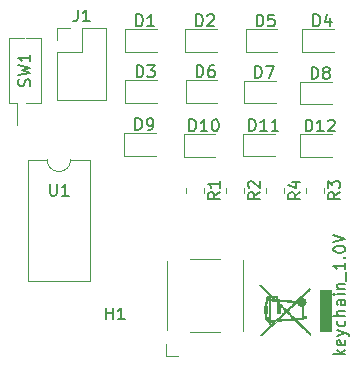
<source format=gbr>
%TF.GenerationSoftware,KiCad,Pcbnew,(5.1.8)-1*%
%TF.CreationDate,2021-03-25T23:04:17+02:00*%
%TF.ProjectId,charlie_keychain,63686172-6c69-4655-9f6b-657963686169,rev?*%
%TF.SameCoordinates,Original*%
%TF.FileFunction,Legend,Top*%
%TF.FilePolarity,Positive*%
%FSLAX46Y46*%
G04 Gerber Fmt 4.6, Leading zero omitted, Abs format (unit mm)*
G04 Created by KiCad (PCBNEW (5.1.8)-1) date 2021-03-25 23:04:17*
%MOMM*%
%LPD*%
G01*
G04 APERTURE LIST*
%ADD10C,0.150000*%
%ADD11C,0.010000*%
%ADD12C,0.120000*%
G04 APERTURE END LIST*
D10*
X133802380Y-85010000D02*
X132802380Y-85010000D01*
X133421428Y-84914761D02*
X133802380Y-84629047D01*
X133135714Y-84629047D02*
X133516666Y-85010000D01*
X133754761Y-83819523D02*
X133802380Y-83914761D01*
X133802380Y-84105238D01*
X133754761Y-84200476D01*
X133659523Y-84248095D01*
X133278571Y-84248095D01*
X133183333Y-84200476D01*
X133135714Y-84105238D01*
X133135714Y-83914761D01*
X133183333Y-83819523D01*
X133278571Y-83771904D01*
X133373809Y-83771904D01*
X133469047Y-84248095D01*
X133135714Y-83438571D02*
X133802380Y-83200476D01*
X133135714Y-82962380D02*
X133802380Y-83200476D01*
X134040476Y-83295714D01*
X134088095Y-83343333D01*
X134135714Y-83438571D01*
X133754761Y-82152857D02*
X133802380Y-82248095D01*
X133802380Y-82438571D01*
X133754761Y-82533809D01*
X133707142Y-82581428D01*
X133611904Y-82629047D01*
X133326190Y-82629047D01*
X133230952Y-82581428D01*
X133183333Y-82533809D01*
X133135714Y-82438571D01*
X133135714Y-82248095D01*
X133183333Y-82152857D01*
X133802380Y-81724285D02*
X132802380Y-81724285D01*
X133802380Y-81295714D02*
X133278571Y-81295714D01*
X133183333Y-81343333D01*
X133135714Y-81438571D01*
X133135714Y-81581428D01*
X133183333Y-81676666D01*
X133230952Y-81724285D01*
X133802380Y-80390952D02*
X133278571Y-80390952D01*
X133183333Y-80438571D01*
X133135714Y-80533809D01*
X133135714Y-80724285D01*
X133183333Y-80819523D01*
X133754761Y-80390952D02*
X133802380Y-80486190D01*
X133802380Y-80724285D01*
X133754761Y-80819523D01*
X133659523Y-80867142D01*
X133564285Y-80867142D01*
X133469047Y-80819523D01*
X133421428Y-80724285D01*
X133421428Y-80486190D01*
X133373809Y-80390952D01*
X133802380Y-79914761D02*
X133135714Y-79914761D01*
X132802380Y-79914761D02*
X132850000Y-79962380D01*
X132897619Y-79914761D01*
X132850000Y-79867142D01*
X132802380Y-79914761D01*
X132897619Y-79914761D01*
X133135714Y-79438571D02*
X133802380Y-79438571D01*
X133230952Y-79438571D02*
X133183333Y-79390952D01*
X133135714Y-79295714D01*
X133135714Y-79152857D01*
X133183333Y-79057619D01*
X133278571Y-79010000D01*
X133802380Y-79010000D01*
X133897619Y-78771904D02*
X133897619Y-78010000D01*
X133802380Y-77248095D02*
X133802380Y-77819523D01*
X133802380Y-77533809D02*
X132802380Y-77533809D01*
X132945238Y-77629047D01*
X133040476Y-77724285D01*
X133088095Y-77819523D01*
X133707142Y-76819523D02*
X133754761Y-76771904D01*
X133802380Y-76819523D01*
X133754761Y-76867142D01*
X133707142Y-76819523D01*
X133802380Y-76819523D01*
X132802380Y-76152857D02*
X132802380Y-76057619D01*
X132850000Y-75962380D01*
X132897619Y-75914761D01*
X132992857Y-75867142D01*
X133183333Y-75819523D01*
X133421428Y-75819523D01*
X133611904Y-75867142D01*
X133707142Y-75914761D01*
X133754761Y-75962380D01*
X133802380Y-76057619D01*
X133802380Y-76152857D01*
X133754761Y-76248095D01*
X133707142Y-76295714D01*
X133611904Y-76343333D01*
X133421428Y-76390952D01*
X133183333Y-76390952D01*
X132992857Y-76343333D01*
X132897619Y-76295714D01*
X132850000Y-76248095D01*
X132802380Y-76152857D01*
X132802380Y-75533809D02*
X133802380Y-75200476D01*
X132802380Y-74867142D01*
D11*
%TO.C,REF\u002A\u002A*%
G36*
X126604848Y-79155570D02*
G01*
X126691931Y-79156189D01*
X127150891Y-79607914D01*
X127609852Y-80059639D01*
X127820471Y-80059968D01*
X128031089Y-80060297D01*
X128031089Y-80335390D01*
X128084530Y-80342478D01*
X128108888Y-80345162D01*
X128154759Y-80349687D01*
X128219405Y-80355809D01*
X128300091Y-80363288D01*
X128394081Y-80371881D01*
X128498637Y-80381346D01*
X128611025Y-80391442D01*
X128728507Y-80401926D01*
X128848348Y-80412556D01*
X128967811Y-80423091D01*
X129084159Y-80433287D01*
X129194657Y-80442905D01*
X129296569Y-80451700D01*
X129387158Y-80459432D01*
X129463687Y-80465858D01*
X129523421Y-80470737D01*
X129563624Y-80473825D01*
X129581559Y-80474883D01*
X129581644Y-80474882D01*
X129596035Y-80467173D01*
X129625748Y-80444019D01*
X129671131Y-80405105D01*
X129732529Y-80350116D01*
X129810288Y-80278736D01*
X129904754Y-80190651D01*
X130016272Y-80085546D01*
X130145188Y-79963105D01*
X130181287Y-79928690D01*
X130753416Y-79382863D01*
X130841436Y-79471119D01*
X130763758Y-79542515D01*
X130735686Y-79568634D01*
X130692274Y-79609434D01*
X130636366Y-79662223D01*
X130570808Y-79724309D01*
X130498441Y-79793000D01*
X130422112Y-79865604D01*
X130376524Y-79909040D01*
X130291119Y-79990584D01*
X130222710Y-80056496D01*
X130170053Y-80108456D01*
X130131905Y-80148145D01*
X130107020Y-80177243D01*
X130094156Y-80197431D01*
X130092068Y-80210390D01*
X130099513Y-80217800D01*
X130115246Y-80221342D01*
X130138023Y-80222697D01*
X130144239Y-80222879D01*
X130187061Y-80232297D01*
X130238819Y-80255503D01*
X130291328Y-80287864D01*
X130336403Y-80324748D01*
X130350328Y-80339507D01*
X130399047Y-80415233D01*
X130426306Y-80503692D01*
X130432773Y-80581900D01*
X130420576Y-80670532D01*
X130384813Y-80752388D01*
X130326722Y-80824836D01*
X130312262Y-80838203D01*
X130256733Y-80887082D01*
X130256733Y-81732674D01*
X130432773Y-81732674D01*
X130432773Y-81959010D01*
X130350531Y-81959010D01*
X130294386Y-81961850D01*
X130255416Y-81971393D01*
X130234219Y-81982991D01*
X130219052Y-81991277D01*
X130197062Y-81998373D01*
X130164987Y-82004748D01*
X130119569Y-82010872D01*
X130057548Y-82017216D01*
X129975662Y-82024250D01*
X129914746Y-82029066D01*
X129629343Y-82051161D01*
X130178805Y-82593565D01*
X130278228Y-82691637D01*
X130373815Y-82785784D01*
X130463810Y-82874285D01*
X130546457Y-82955420D01*
X130620001Y-83027469D01*
X130682684Y-83088712D01*
X130732752Y-83137427D01*
X130768448Y-83171896D01*
X130787995Y-83190379D01*
X130818944Y-83220743D01*
X130840530Y-83246071D01*
X130847723Y-83259695D01*
X130839297Y-83277095D01*
X130818245Y-83302460D01*
X130809671Y-83311058D01*
X130771620Y-83347514D01*
X130567658Y-83146802D01*
X130515699Y-83095596D01*
X130448820Y-83029569D01*
X130369950Y-82951618D01*
X130282014Y-82864638D01*
X130187941Y-82771526D01*
X130090658Y-82675179D01*
X129993093Y-82578492D01*
X129923145Y-82509134D01*
X129816550Y-82403703D01*
X129726307Y-82315129D01*
X129651192Y-82242281D01*
X129589986Y-82184023D01*
X129541466Y-82139225D01*
X129516129Y-82117021D01*
X129516129Y-81938724D01*
X129801555Y-81916401D01*
X129885219Y-81909669D01*
X129961727Y-81903157D01*
X130027081Y-81897234D01*
X130077281Y-81892268D01*
X130108329Y-81888629D01*
X130115273Y-81887458D01*
X130143565Y-81880838D01*
X130143565Y-80931364D01*
X130064606Y-80925026D01*
X129971315Y-80905890D01*
X129888791Y-80865846D01*
X129820038Y-80807418D01*
X129768063Y-80733129D01*
X129736863Y-80649748D01*
X129722228Y-80622698D01*
X129690819Y-80609156D01*
X129689434Y-80608872D01*
X129676174Y-80607247D01*
X129662595Y-80609256D01*
X129646181Y-80616858D01*
X129624411Y-80632016D01*
X129594767Y-80656688D01*
X129554732Y-80692836D01*
X129501785Y-80742420D01*
X129433409Y-80807401D01*
X129429005Y-80811599D01*
X129355611Y-80881493D01*
X129277437Y-80955800D01*
X129199864Y-81029414D01*
X129128275Y-81097229D01*
X129068051Y-81154140D01*
X129054587Y-81166832D01*
X129003820Y-81215487D01*
X128960375Y-81258709D01*
X128927241Y-81293395D01*
X128907405Y-81316444D01*
X128903046Y-81324182D01*
X128912170Y-81335722D01*
X128937200Y-81362710D01*
X128976052Y-81403021D01*
X129026643Y-81454529D01*
X129086888Y-81515109D01*
X129154704Y-81582636D01*
X129210565Y-81637826D01*
X129516129Y-81938724D01*
X129516129Y-82117021D01*
X129504411Y-82106751D01*
X129477599Y-82085471D01*
X129459808Y-82074251D01*
X129451570Y-82071754D01*
X129433590Y-82072700D01*
X129392892Y-82075573D01*
X129331819Y-82080187D01*
X129252713Y-82086358D01*
X129157914Y-82093898D01*
X129049767Y-82102621D01*
X128930612Y-82112343D01*
X128802791Y-82122876D01*
X128700635Y-82131365D01*
X128124674Y-82179396D01*
X128124674Y-82055805D01*
X128137104Y-82055273D01*
X128172110Y-82052769D01*
X128227215Y-82048496D01*
X128299943Y-82042653D01*
X128387814Y-82035443D01*
X128488351Y-82027066D01*
X128599077Y-82017723D01*
X128704205Y-82008758D01*
X128823483Y-81998602D01*
X128936080Y-81989142D01*
X129039305Y-81980596D01*
X129130473Y-81973179D01*
X129206895Y-81967108D01*
X129265883Y-81962601D01*
X129304749Y-81959873D01*
X129319844Y-81959116D01*
X129329238Y-81957935D01*
X129332966Y-81953256D01*
X129329471Y-81943276D01*
X129317199Y-81926190D01*
X129294594Y-81900196D01*
X129260100Y-81863490D01*
X129212162Y-81814267D01*
X129149224Y-81750726D01*
X129081968Y-81683305D01*
X128806477Y-81407601D01*
X128804406Y-81409533D01*
X128804406Y-81227290D01*
X128815780Y-81218984D01*
X128842563Y-81195733D01*
X128882292Y-81159865D01*
X128932507Y-81113713D01*
X128990746Y-81059606D01*
X129054547Y-80999874D01*
X129121449Y-80936848D01*
X129188990Y-80872858D01*
X129254710Y-80810236D01*
X129316146Y-80751310D01*
X129370837Y-80698412D01*
X129416322Y-80653872D01*
X129450138Y-80620020D01*
X129469826Y-80599188D01*
X129473837Y-80593506D01*
X129460891Y-80591634D01*
X129425134Y-80587746D01*
X129368804Y-80582057D01*
X129294140Y-80574781D01*
X129203380Y-80566131D01*
X129098762Y-80556322D01*
X128982526Y-80545566D01*
X128856908Y-80534079D01*
X128755618Y-80524907D01*
X128624279Y-80513174D01*
X128500552Y-80502335D01*
X128386681Y-80492570D01*
X128284911Y-80484063D01*
X128197487Y-80476995D01*
X128126653Y-80471549D01*
X128074653Y-80467908D01*
X128043732Y-80466253D01*
X128035703Y-80466442D01*
X128042854Y-80476334D01*
X128065841Y-80501524D01*
X128102439Y-80539810D01*
X128150422Y-80588989D01*
X128207566Y-80646861D01*
X128271647Y-80711222D01*
X128340438Y-80779871D01*
X128411716Y-80850605D01*
X128483255Y-80921222D01*
X128552830Y-80989520D01*
X128618217Y-81053296D01*
X128677191Y-81110350D01*
X128727527Y-81158478D01*
X128766999Y-81195478D01*
X128793383Y-81219148D01*
X128804406Y-81227290D01*
X128804406Y-81409533D01*
X128696295Y-81510409D01*
X128640377Y-81562768D01*
X128577948Y-81621535D01*
X128511443Y-81684385D01*
X128443298Y-81748995D01*
X128375948Y-81813042D01*
X128311828Y-81874203D01*
X128253372Y-81930153D01*
X128203018Y-81978570D01*
X128163198Y-82017130D01*
X128136350Y-82043509D01*
X128124908Y-82055384D01*
X128124674Y-82055805D01*
X128124674Y-82179396D01*
X127980726Y-82191401D01*
X127349158Y-82791938D01*
X126717589Y-83392475D01*
X126629315Y-83392034D01*
X126541040Y-83391592D01*
X126644666Y-83294583D01*
X126702463Y-83240291D01*
X126770368Y-83176192D01*
X126846572Y-83104016D01*
X126929269Y-83025492D01*
X127016653Y-82942349D01*
X127106915Y-82856319D01*
X127198250Y-82769130D01*
X127288849Y-82682513D01*
X127376907Y-82598197D01*
X127460615Y-82517912D01*
X127538167Y-82443387D01*
X127607757Y-82376354D01*
X127667576Y-82318541D01*
X127715818Y-82271679D01*
X127750676Y-82237496D01*
X127770343Y-82217724D01*
X127774116Y-82213390D01*
X127760992Y-82213092D01*
X127727389Y-82214731D01*
X127677880Y-82218023D01*
X127617037Y-82222682D01*
X127592732Y-82224682D01*
X127414951Y-82239577D01*
X127414951Y-82122955D01*
X127443243Y-82116934D01*
X127465618Y-82113863D01*
X127507717Y-82109548D01*
X127564178Y-82104488D01*
X127629635Y-82099181D01*
X127653862Y-82097344D01*
X127723421Y-82091927D01*
X127788018Y-82086459D01*
X127841548Y-82081488D01*
X127877910Y-82077561D01*
X127884509Y-82076675D01*
X127898056Y-82073334D01*
X127913914Y-82066101D01*
X127933861Y-82053440D01*
X127959673Y-82033811D01*
X127993129Y-82005678D01*
X128036007Y-81967502D01*
X128090083Y-81917746D01*
X128157136Y-81854871D01*
X128238943Y-81777341D01*
X128321950Y-81698251D01*
X128404094Y-81619564D01*
X128480169Y-81546112D01*
X128548325Y-81479724D01*
X128606712Y-81422227D01*
X128653481Y-81375451D01*
X128686782Y-81341224D01*
X128704767Y-81321373D01*
X128707442Y-81317140D01*
X128697741Y-81306003D01*
X128672441Y-81279971D01*
X128634082Y-81241570D01*
X128585200Y-81193328D01*
X128528334Y-81137770D01*
X128486906Y-81097592D01*
X128270000Y-80887831D01*
X128270000Y-81506337D01*
X128031089Y-81506337D01*
X128031089Y-80751881D01*
X128137542Y-80751881D01*
X127999654Y-80613565D01*
X127901840Y-80515447D01*
X127901840Y-80324357D01*
X127917270Y-80322529D01*
X127925867Y-80313277D01*
X127929613Y-80290950D01*
X127930489Y-80249895D01*
X127930495Y-80242624D01*
X127930495Y-80160891D01*
X127711172Y-80160891D01*
X127792179Y-80242624D01*
X127841428Y-80288730D01*
X127879159Y-80316306D01*
X127901840Y-80324357D01*
X127901840Y-80515447D01*
X127861766Y-80475248D01*
X127738952Y-80475248D01*
X127682450Y-80474863D01*
X127646505Y-80473100D01*
X127626530Y-80469050D01*
X127617937Y-80461801D01*
X127616139Y-80450870D01*
X127613498Y-80438712D01*
X127602912Y-80429727D01*
X127580381Y-80422826D01*
X127541909Y-80416924D01*
X127483498Y-80410935D01*
X127462104Y-80409013D01*
X127414951Y-80404852D01*
X127414951Y-82122955D01*
X127414951Y-82239577D01*
X127414951Y-82399109D01*
X127301782Y-82399109D01*
X127301782Y-82331314D01*
X127300696Y-82291662D01*
X127295454Y-82270116D01*
X127292334Y-82267480D01*
X127292334Y-82128616D01*
X127299462Y-82121308D01*
X127301662Y-82095993D01*
X127301782Y-82078908D01*
X127301782Y-82021881D01*
X127301782Y-81809221D01*
X127301782Y-80394698D01*
X127252786Y-80442542D01*
X127192324Y-80516850D01*
X127145691Y-80608816D01*
X127112249Y-80719998D01*
X127093753Y-80830471D01*
X127085122Y-80902773D01*
X127176040Y-80902773D01*
X127176040Y-81481188D01*
X127072893Y-81481188D01*
X127081496Y-81566065D01*
X127088756Y-81625368D01*
X127098379Y-81688551D01*
X127105252Y-81726386D01*
X127120407Y-81801832D01*
X127211095Y-81805526D01*
X127301782Y-81809221D01*
X127301782Y-82021881D01*
X127251485Y-82021881D01*
X127219976Y-82023544D01*
X127202463Y-82027697D01*
X127201188Y-82029371D01*
X127209254Y-82047987D01*
X127228820Y-82075183D01*
X127252944Y-82102448D01*
X127274682Y-82121267D01*
X127277508Y-82122943D01*
X127292334Y-82128616D01*
X127292334Y-82267480D01*
X127283081Y-82259662D01*
X127269604Y-82255442D01*
X127234627Y-82238219D01*
X127192579Y-82205138D01*
X127149356Y-82161893D01*
X127110854Y-82114174D01*
X127090801Y-82082830D01*
X127068851Y-82047123D01*
X127050411Y-82028819D01*
X127028668Y-82022388D01*
X127015718Y-82021894D01*
X127012575Y-82021894D01*
X127012575Y-81380594D01*
X127075446Y-81380594D01*
X127075446Y-81003367D01*
X127012575Y-81003367D01*
X127012575Y-81380594D01*
X127012575Y-82021894D01*
X126974852Y-82021881D01*
X126974852Y-81916048D01*
X126976029Y-81867355D01*
X126979165Y-81829405D01*
X126983671Y-81808308D01*
X126985495Y-81806023D01*
X126988295Y-81792641D01*
X126987148Y-81760074D01*
X126982393Y-81713916D01*
X126978003Y-81682376D01*
X126969378Y-81625188D01*
X126961591Y-81572886D01*
X126955847Y-81533582D01*
X126954215Y-81522055D01*
X126944888Y-81491937D01*
X126930272Y-81481188D01*
X126924320Y-81477920D01*
X126919778Y-81466230D01*
X126916470Y-81443288D01*
X126914215Y-81406265D01*
X126912834Y-81352332D01*
X126912150Y-81278660D01*
X126911980Y-81191980D01*
X126912077Y-81099471D01*
X126912530Y-81029094D01*
X126913590Y-80977836D01*
X126915503Y-80942680D01*
X126918519Y-80920611D01*
X126922885Y-80908615D01*
X126928849Y-80903676D01*
X126935784Y-80902773D01*
X126957795Y-80895079D01*
X126970321Y-80869879D01*
X126974788Y-80823991D01*
X126974852Y-80815736D01*
X126982868Y-80738027D01*
X127004936Y-80649767D01*
X127038084Y-80558915D01*
X127079339Y-80473430D01*
X127125731Y-80401274D01*
X127133082Y-80391928D01*
X127156998Y-80361467D01*
X127166576Y-80343428D01*
X127163480Y-80330831D01*
X127150704Y-80317900D01*
X127125678Y-80279707D01*
X127116071Y-80230002D01*
X127121067Y-80176476D01*
X127139851Y-80126822D01*
X127171606Y-80088733D01*
X127175297Y-80085975D01*
X127234575Y-80057474D01*
X127295934Y-80052172D01*
X127354427Y-80069482D01*
X127405104Y-80108820D01*
X127409289Y-80113630D01*
X127429167Y-80141560D01*
X127437921Y-80169898D01*
X127438553Y-80209737D01*
X127437992Y-80219689D01*
X127436562Y-80258668D01*
X127439839Y-80278746D01*
X127449728Y-80286015D01*
X127458961Y-80286760D01*
X127485744Y-80288284D01*
X127526025Y-80292065D01*
X127550124Y-80294782D01*
X127588401Y-80298723D01*
X127607996Y-80297084D01*
X127615158Y-80287579D01*
X127616139Y-80270649D01*
X127612901Y-80260608D01*
X127602420Y-80244410D01*
X127583548Y-80220855D01*
X127555135Y-80188743D01*
X127516035Y-80146872D01*
X127465097Y-80094043D01*
X127401173Y-80029055D01*
X127323114Y-79950709D01*
X127229772Y-79857803D01*
X127119998Y-79749137D01*
X127066952Y-79696769D01*
X126517767Y-79154951D01*
X126604848Y-79155570D01*
G37*
X126604848Y-79155570D02*
X126691931Y-79156189D01*
X127150891Y-79607914D01*
X127609852Y-80059639D01*
X127820471Y-80059968D01*
X128031089Y-80060297D01*
X128031089Y-80335390D01*
X128084530Y-80342478D01*
X128108888Y-80345162D01*
X128154759Y-80349687D01*
X128219405Y-80355809D01*
X128300091Y-80363288D01*
X128394081Y-80371881D01*
X128498637Y-80381346D01*
X128611025Y-80391442D01*
X128728507Y-80401926D01*
X128848348Y-80412556D01*
X128967811Y-80423091D01*
X129084159Y-80433287D01*
X129194657Y-80442905D01*
X129296569Y-80451700D01*
X129387158Y-80459432D01*
X129463687Y-80465858D01*
X129523421Y-80470737D01*
X129563624Y-80473825D01*
X129581559Y-80474883D01*
X129581644Y-80474882D01*
X129596035Y-80467173D01*
X129625748Y-80444019D01*
X129671131Y-80405105D01*
X129732529Y-80350116D01*
X129810288Y-80278736D01*
X129904754Y-80190651D01*
X130016272Y-80085546D01*
X130145188Y-79963105D01*
X130181287Y-79928690D01*
X130753416Y-79382863D01*
X130841436Y-79471119D01*
X130763758Y-79542515D01*
X130735686Y-79568634D01*
X130692274Y-79609434D01*
X130636366Y-79662223D01*
X130570808Y-79724309D01*
X130498441Y-79793000D01*
X130422112Y-79865604D01*
X130376524Y-79909040D01*
X130291119Y-79990584D01*
X130222710Y-80056496D01*
X130170053Y-80108456D01*
X130131905Y-80148145D01*
X130107020Y-80177243D01*
X130094156Y-80197431D01*
X130092068Y-80210390D01*
X130099513Y-80217800D01*
X130115246Y-80221342D01*
X130138023Y-80222697D01*
X130144239Y-80222879D01*
X130187061Y-80232297D01*
X130238819Y-80255503D01*
X130291328Y-80287864D01*
X130336403Y-80324748D01*
X130350328Y-80339507D01*
X130399047Y-80415233D01*
X130426306Y-80503692D01*
X130432773Y-80581900D01*
X130420576Y-80670532D01*
X130384813Y-80752388D01*
X130326722Y-80824836D01*
X130312262Y-80838203D01*
X130256733Y-80887082D01*
X130256733Y-81732674D01*
X130432773Y-81732674D01*
X130432773Y-81959010D01*
X130350531Y-81959010D01*
X130294386Y-81961850D01*
X130255416Y-81971393D01*
X130234219Y-81982991D01*
X130219052Y-81991277D01*
X130197062Y-81998373D01*
X130164987Y-82004748D01*
X130119569Y-82010872D01*
X130057548Y-82017216D01*
X129975662Y-82024250D01*
X129914746Y-82029066D01*
X129629343Y-82051161D01*
X130178805Y-82593565D01*
X130278228Y-82691637D01*
X130373815Y-82785784D01*
X130463810Y-82874285D01*
X130546457Y-82955420D01*
X130620001Y-83027469D01*
X130682684Y-83088712D01*
X130732752Y-83137427D01*
X130768448Y-83171896D01*
X130787995Y-83190379D01*
X130818944Y-83220743D01*
X130840530Y-83246071D01*
X130847723Y-83259695D01*
X130839297Y-83277095D01*
X130818245Y-83302460D01*
X130809671Y-83311058D01*
X130771620Y-83347514D01*
X130567658Y-83146802D01*
X130515699Y-83095596D01*
X130448820Y-83029569D01*
X130369950Y-82951618D01*
X130282014Y-82864638D01*
X130187941Y-82771526D01*
X130090658Y-82675179D01*
X129993093Y-82578492D01*
X129923145Y-82509134D01*
X129816550Y-82403703D01*
X129726307Y-82315129D01*
X129651192Y-82242281D01*
X129589986Y-82184023D01*
X129541466Y-82139225D01*
X129516129Y-82117021D01*
X129516129Y-81938724D01*
X129801555Y-81916401D01*
X129885219Y-81909669D01*
X129961727Y-81903157D01*
X130027081Y-81897234D01*
X130077281Y-81892268D01*
X130108329Y-81888629D01*
X130115273Y-81887458D01*
X130143565Y-81880838D01*
X130143565Y-80931364D01*
X130064606Y-80925026D01*
X129971315Y-80905890D01*
X129888791Y-80865846D01*
X129820038Y-80807418D01*
X129768063Y-80733129D01*
X129736863Y-80649748D01*
X129722228Y-80622698D01*
X129690819Y-80609156D01*
X129689434Y-80608872D01*
X129676174Y-80607247D01*
X129662595Y-80609256D01*
X129646181Y-80616858D01*
X129624411Y-80632016D01*
X129594767Y-80656688D01*
X129554732Y-80692836D01*
X129501785Y-80742420D01*
X129433409Y-80807401D01*
X129429005Y-80811599D01*
X129355611Y-80881493D01*
X129277437Y-80955800D01*
X129199864Y-81029414D01*
X129128275Y-81097229D01*
X129068051Y-81154140D01*
X129054587Y-81166832D01*
X129003820Y-81215487D01*
X128960375Y-81258709D01*
X128927241Y-81293395D01*
X128907405Y-81316444D01*
X128903046Y-81324182D01*
X128912170Y-81335722D01*
X128937200Y-81362710D01*
X128976052Y-81403021D01*
X129026643Y-81454529D01*
X129086888Y-81515109D01*
X129154704Y-81582636D01*
X129210565Y-81637826D01*
X129516129Y-81938724D01*
X129516129Y-82117021D01*
X129504411Y-82106751D01*
X129477599Y-82085471D01*
X129459808Y-82074251D01*
X129451570Y-82071754D01*
X129433590Y-82072700D01*
X129392892Y-82075573D01*
X129331819Y-82080187D01*
X129252713Y-82086358D01*
X129157914Y-82093898D01*
X129049767Y-82102621D01*
X128930612Y-82112343D01*
X128802791Y-82122876D01*
X128700635Y-82131365D01*
X128124674Y-82179396D01*
X128124674Y-82055805D01*
X128137104Y-82055273D01*
X128172110Y-82052769D01*
X128227215Y-82048496D01*
X128299943Y-82042653D01*
X128387814Y-82035443D01*
X128488351Y-82027066D01*
X128599077Y-82017723D01*
X128704205Y-82008758D01*
X128823483Y-81998602D01*
X128936080Y-81989142D01*
X129039305Y-81980596D01*
X129130473Y-81973179D01*
X129206895Y-81967108D01*
X129265883Y-81962601D01*
X129304749Y-81959873D01*
X129319844Y-81959116D01*
X129329238Y-81957935D01*
X129332966Y-81953256D01*
X129329471Y-81943276D01*
X129317199Y-81926190D01*
X129294594Y-81900196D01*
X129260100Y-81863490D01*
X129212162Y-81814267D01*
X129149224Y-81750726D01*
X129081968Y-81683305D01*
X128806477Y-81407601D01*
X128804406Y-81409533D01*
X128804406Y-81227290D01*
X128815780Y-81218984D01*
X128842563Y-81195733D01*
X128882292Y-81159865D01*
X128932507Y-81113713D01*
X128990746Y-81059606D01*
X129054547Y-80999874D01*
X129121449Y-80936848D01*
X129188990Y-80872858D01*
X129254710Y-80810236D01*
X129316146Y-80751310D01*
X129370837Y-80698412D01*
X129416322Y-80653872D01*
X129450138Y-80620020D01*
X129469826Y-80599188D01*
X129473837Y-80593506D01*
X129460891Y-80591634D01*
X129425134Y-80587746D01*
X129368804Y-80582057D01*
X129294140Y-80574781D01*
X129203380Y-80566131D01*
X129098762Y-80556322D01*
X128982526Y-80545566D01*
X128856908Y-80534079D01*
X128755618Y-80524907D01*
X128624279Y-80513174D01*
X128500552Y-80502335D01*
X128386681Y-80492570D01*
X128284911Y-80484063D01*
X128197487Y-80476995D01*
X128126653Y-80471549D01*
X128074653Y-80467908D01*
X128043732Y-80466253D01*
X128035703Y-80466442D01*
X128042854Y-80476334D01*
X128065841Y-80501524D01*
X128102439Y-80539810D01*
X128150422Y-80588989D01*
X128207566Y-80646861D01*
X128271647Y-80711222D01*
X128340438Y-80779871D01*
X128411716Y-80850605D01*
X128483255Y-80921222D01*
X128552830Y-80989520D01*
X128618217Y-81053296D01*
X128677191Y-81110350D01*
X128727527Y-81158478D01*
X128766999Y-81195478D01*
X128793383Y-81219148D01*
X128804406Y-81227290D01*
X128804406Y-81409533D01*
X128696295Y-81510409D01*
X128640377Y-81562768D01*
X128577948Y-81621535D01*
X128511443Y-81684385D01*
X128443298Y-81748995D01*
X128375948Y-81813042D01*
X128311828Y-81874203D01*
X128253372Y-81930153D01*
X128203018Y-81978570D01*
X128163198Y-82017130D01*
X128136350Y-82043509D01*
X128124908Y-82055384D01*
X128124674Y-82055805D01*
X128124674Y-82179396D01*
X127980726Y-82191401D01*
X127349158Y-82791938D01*
X126717589Y-83392475D01*
X126629315Y-83392034D01*
X126541040Y-83391592D01*
X126644666Y-83294583D01*
X126702463Y-83240291D01*
X126770368Y-83176192D01*
X126846572Y-83104016D01*
X126929269Y-83025492D01*
X127016653Y-82942349D01*
X127106915Y-82856319D01*
X127198250Y-82769130D01*
X127288849Y-82682513D01*
X127376907Y-82598197D01*
X127460615Y-82517912D01*
X127538167Y-82443387D01*
X127607757Y-82376354D01*
X127667576Y-82318541D01*
X127715818Y-82271679D01*
X127750676Y-82237496D01*
X127770343Y-82217724D01*
X127774116Y-82213390D01*
X127760992Y-82213092D01*
X127727389Y-82214731D01*
X127677880Y-82218023D01*
X127617037Y-82222682D01*
X127592732Y-82224682D01*
X127414951Y-82239577D01*
X127414951Y-82122955D01*
X127443243Y-82116934D01*
X127465618Y-82113863D01*
X127507717Y-82109548D01*
X127564178Y-82104488D01*
X127629635Y-82099181D01*
X127653862Y-82097344D01*
X127723421Y-82091927D01*
X127788018Y-82086459D01*
X127841548Y-82081488D01*
X127877910Y-82077561D01*
X127884509Y-82076675D01*
X127898056Y-82073334D01*
X127913914Y-82066101D01*
X127933861Y-82053440D01*
X127959673Y-82033811D01*
X127993129Y-82005678D01*
X128036007Y-81967502D01*
X128090083Y-81917746D01*
X128157136Y-81854871D01*
X128238943Y-81777341D01*
X128321950Y-81698251D01*
X128404094Y-81619564D01*
X128480169Y-81546112D01*
X128548325Y-81479724D01*
X128606712Y-81422227D01*
X128653481Y-81375451D01*
X128686782Y-81341224D01*
X128704767Y-81321373D01*
X128707442Y-81317140D01*
X128697741Y-81306003D01*
X128672441Y-81279971D01*
X128634082Y-81241570D01*
X128585200Y-81193328D01*
X128528334Y-81137770D01*
X128486906Y-81097592D01*
X128270000Y-80887831D01*
X128270000Y-81506337D01*
X128031089Y-81506337D01*
X128031089Y-80751881D01*
X128137542Y-80751881D01*
X127999654Y-80613565D01*
X127901840Y-80515447D01*
X127901840Y-80324357D01*
X127917270Y-80322529D01*
X127925867Y-80313277D01*
X127929613Y-80290950D01*
X127930489Y-80249895D01*
X127930495Y-80242624D01*
X127930495Y-80160891D01*
X127711172Y-80160891D01*
X127792179Y-80242624D01*
X127841428Y-80288730D01*
X127879159Y-80316306D01*
X127901840Y-80324357D01*
X127901840Y-80515447D01*
X127861766Y-80475248D01*
X127738952Y-80475248D01*
X127682450Y-80474863D01*
X127646505Y-80473100D01*
X127626530Y-80469050D01*
X127617937Y-80461801D01*
X127616139Y-80450870D01*
X127613498Y-80438712D01*
X127602912Y-80429727D01*
X127580381Y-80422826D01*
X127541909Y-80416924D01*
X127483498Y-80410935D01*
X127462104Y-80409013D01*
X127414951Y-80404852D01*
X127414951Y-82122955D01*
X127414951Y-82239577D01*
X127414951Y-82399109D01*
X127301782Y-82399109D01*
X127301782Y-82331314D01*
X127300696Y-82291662D01*
X127295454Y-82270116D01*
X127292334Y-82267480D01*
X127292334Y-82128616D01*
X127299462Y-82121308D01*
X127301662Y-82095993D01*
X127301782Y-82078908D01*
X127301782Y-82021881D01*
X127301782Y-81809221D01*
X127301782Y-80394698D01*
X127252786Y-80442542D01*
X127192324Y-80516850D01*
X127145691Y-80608816D01*
X127112249Y-80719998D01*
X127093753Y-80830471D01*
X127085122Y-80902773D01*
X127176040Y-80902773D01*
X127176040Y-81481188D01*
X127072893Y-81481188D01*
X127081496Y-81566065D01*
X127088756Y-81625368D01*
X127098379Y-81688551D01*
X127105252Y-81726386D01*
X127120407Y-81801832D01*
X127211095Y-81805526D01*
X127301782Y-81809221D01*
X127301782Y-82021881D01*
X127251485Y-82021881D01*
X127219976Y-82023544D01*
X127202463Y-82027697D01*
X127201188Y-82029371D01*
X127209254Y-82047987D01*
X127228820Y-82075183D01*
X127252944Y-82102448D01*
X127274682Y-82121267D01*
X127277508Y-82122943D01*
X127292334Y-82128616D01*
X127292334Y-82267480D01*
X127283081Y-82259662D01*
X127269604Y-82255442D01*
X127234627Y-82238219D01*
X127192579Y-82205138D01*
X127149356Y-82161893D01*
X127110854Y-82114174D01*
X127090801Y-82082830D01*
X127068851Y-82047123D01*
X127050411Y-82028819D01*
X127028668Y-82022388D01*
X127015718Y-82021894D01*
X127012575Y-82021894D01*
X127012575Y-81380594D01*
X127075446Y-81380594D01*
X127075446Y-81003367D01*
X127012575Y-81003367D01*
X127012575Y-81380594D01*
X127012575Y-82021894D01*
X126974852Y-82021881D01*
X126974852Y-81916048D01*
X126976029Y-81867355D01*
X126979165Y-81829405D01*
X126983671Y-81808308D01*
X126985495Y-81806023D01*
X126988295Y-81792641D01*
X126987148Y-81760074D01*
X126982393Y-81713916D01*
X126978003Y-81682376D01*
X126969378Y-81625188D01*
X126961591Y-81572886D01*
X126955847Y-81533582D01*
X126954215Y-81522055D01*
X126944888Y-81491937D01*
X126930272Y-81481188D01*
X126924320Y-81477920D01*
X126919778Y-81466230D01*
X126916470Y-81443288D01*
X126914215Y-81406265D01*
X126912834Y-81352332D01*
X126912150Y-81278660D01*
X126911980Y-81191980D01*
X126912077Y-81099471D01*
X126912530Y-81029094D01*
X126913590Y-80977836D01*
X126915503Y-80942680D01*
X126918519Y-80920611D01*
X126922885Y-80908615D01*
X126928849Y-80903676D01*
X126935784Y-80902773D01*
X126957795Y-80895079D01*
X126970321Y-80869879D01*
X126974788Y-80823991D01*
X126974852Y-80815736D01*
X126982868Y-80738027D01*
X127004936Y-80649767D01*
X127038084Y-80558915D01*
X127079339Y-80473430D01*
X127125731Y-80401274D01*
X127133082Y-80391928D01*
X127156998Y-80361467D01*
X127166576Y-80343428D01*
X127163480Y-80330831D01*
X127150704Y-80317900D01*
X127125678Y-80279707D01*
X127116071Y-80230002D01*
X127121067Y-80176476D01*
X127139851Y-80126822D01*
X127171606Y-80088733D01*
X127175297Y-80085975D01*
X127234575Y-80057474D01*
X127295934Y-80052172D01*
X127354427Y-80069482D01*
X127405104Y-80108820D01*
X127409289Y-80113630D01*
X127429167Y-80141560D01*
X127437921Y-80169898D01*
X127438553Y-80209737D01*
X127437992Y-80219689D01*
X127436562Y-80258668D01*
X127439839Y-80278746D01*
X127449728Y-80286015D01*
X127458961Y-80286760D01*
X127485744Y-80288284D01*
X127526025Y-80292065D01*
X127550124Y-80294782D01*
X127588401Y-80298723D01*
X127607996Y-80297084D01*
X127615158Y-80287579D01*
X127616139Y-80270649D01*
X127612901Y-80260608D01*
X127602420Y-80244410D01*
X127583548Y-80220855D01*
X127555135Y-80188743D01*
X127516035Y-80146872D01*
X127465097Y-80094043D01*
X127401173Y-80029055D01*
X127323114Y-79950709D01*
X127229772Y-79857803D01*
X127119998Y-79749137D01*
X127066952Y-79696769D01*
X126517767Y-79154951D01*
X126604848Y-79155570D01*
G36*
X132557822Y-79532178D02*
G01*
X132557822Y-83052971D01*
X131690198Y-83052971D01*
X131690198Y-79532178D01*
X132557822Y-79532178D01*
G37*
X132557822Y-79532178D02*
X132557822Y-83052971D01*
X131690198Y-83052971D01*
X131690198Y-79532178D01*
X132557822Y-79532178D01*
D12*
%TO.C,U1*%
X108556618Y-68520000D02*
X106906618Y-68520000D01*
X106906618Y-68520000D02*
X106906618Y-78800000D01*
X106906618Y-78800000D02*
X112206618Y-78800000D01*
X112206618Y-78800000D02*
X112206618Y-68520000D01*
X112206618Y-68520000D02*
X110556618Y-68520000D01*
X110556618Y-68520000D02*
G75*
G02*
X108556618Y-68520000I-1000000J0D01*
G01*
%TO.C,J1*%
X109430000Y-63480000D02*
X113550000Y-63480000D01*
X109430000Y-59420000D02*
X109430000Y-63480000D01*
X113550000Y-57360000D02*
X113550000Y-63480000D01*
X109430000Y-59420000D02*
X111490000Y-59420000D01*
X111490000Y-59420000D02*
X111490000Y-57360000D01*
X111490000Y-57360000D02*
X113550000Y-57360000D01*
X109430000Y-58420000D02*
X109430000Y-57360000D01*
X109430000Y-57360000D02*
X110490000Y-57360000D01*
%TO.C,SW2*%
X118620000Y-85110000D02*
X118620000Y-84110000D01*
X119620000Y-85110000D02*
X118620000Y-85110000D01*
X120620000Y-83110000D02*
X123220000Y-83110000D01*
X120620000Y-76910000D02*
X123220000Y-76910000D01*
X125170000Y-77010000D02*
X125170000Y-83010000D01*
X118670000Y-77110000D02*
X118670000Y-82910000D01*
%TO.C,SW1*%
X106741000Y-58200000D02*
X108010000Y-58200000D01*
X106741000Y-63720000D02*
X108010000Y-63720000D01*
X105350000Y-58200000D02*
X106619000Y-58200000D01*
X105350000Y-63720000D02*
X105350000Y-58200000D01*
X105350000Y-63720000D02*
X106000000Y-63720000D01*
X106000000Y-65570000D02*
X106000000Y-63720000D01*
X108010000Y-63720000D02*
X108010000Y-58200000D01*
%TO.C,R4*%
X127103443Y-71347064D02*
X127103443Y-70892936D01*
X128573443Y-71347064D02*
X128573443Y-70892936D01*
%TO.C,R3*%
X131964587Y-70892936D02*
X131964587Y-71347064D01*
X130494587Y-70892936D02*
X130494587Y-71347064D01*
%TO.C,R2*%
X125195000Y-70892936D02*
X125195000Y-71347064D01*
X123725000Y-70892936D02*
X123725000Y-71347064D01*
%TO.C,R1*%
X121801498Y-70880052D02*
X121801498Y-71334180D01*
X120331498Y-70880052D02*
X120331498Y-71334180D01*
%TO.C,D12*%
X132666944Y-66371834D02*
X129981944Y-66371834D01*
X129981944Y-66371834D02*
X129981944Y-68291834D01*
X129981944Y-68291834D02*
X132666944Y-68291834D01*
%TO.C,D11*%
X127866175Y-66315644D02*
X125181175Y-66315644D01*
X125181175Y-66315644D02*
X125181175Y-68235644D01*
X125181175Y-68235644D02*
X127866175Y-68235644D01*
%TO.C,D10*%
X122810814Y-66342513D02*
X120125814Y-66342513D01*
X120125814Y-66342513D02*
X120125814Y-68262513D01*
X120125814Y-68262513D02*
X122810814Y-68262513D01*
%TO.C,D9*%
X117764569Y-66251780D02*
X115079569Y-66251780D01*
X115079569Y-66251780D02*
X115079569Y-68171780D01*
X115079569Y-68171780D02*
X117764569Y-68171780D01*
%TO.C,D8*%
X132690854Y-61929761D02*
X130005854Y-61929761D01*
X130005854Y-61929761D02*
X130005854Y-63849761D01*
X130005854Y-63849761D02*
X132690854Y-63849761D01*
%TO.C,D7*%
X127911722Y-61839831D02*
X125226722Y-61839831D01*
X125226722Y-61839831D02*
X125226722Y-63759831D01*
X125226722Y-63759831D02*
X127911722Y-63759831D01*
%TO.C,D6*%
X122958541Y-61775595D02*
X120273541Y-61775595D01*
X120273541Y-61775595D02*
X120273541Y-63695595D01*
X120273541Y-63695595D02*
X122958541Y-63695595D01*
%TO.C,D5*%
X128037127Y-57479492D02*
X125352127Y-57479492D01*
X125352127Y-57479492D02*
X125352127Y-59399492D01*
X125352127Y-59399492D02*
X128037127Y-59399492D01*
%TO.C,D4*%
X132832292Y-57460000D02*
X130147292Y-57460000D01*
X130147292Y-57460000D02*
X130147292Y-59380000D01*
X130147292Y-59380000D02*
X132832292Y-59380000D01*
%TO.C,D3*%
X117869487Y-61785231D02*
X115184487Y-61785231D01*
X115184487Y-61785231D02*
X115184487Y-63705231D01*
X115184487Y-63705231D02*
X117869487Y-63705231D01*
%TO.C,D2*%
X122920000Y-57460000D02*
X120235000Y-57460000D01*
X120235000Y-57460000D02*
X120235000Y-59380000D01*
X120235000Y-59380000D02*
X122920000Y-59380000D01*
%TO.C,D1*%
X117840000Y-57460000D02*
X115155000Y-57460000D01*
X115155000Y-57460000D02*
X115155000Y-59380000D01*
X115155000Y-59380000D02*
X117840000Y-59380000D01*
%TO.C,U1*%
D10*
X108794713Y-70572380D02*
X108794713Y-71381904D01*
X108842332Y-71477142D01*
X108889951Y-71524761D01*
X108985189Y-71572380D01*
X109175665Y-71572380D01*
X109270903Y-71524761D01*
X109318522Y-71477142D01*
X109366141Y-71381904D01*
X109366141Y-70572380D01*
X110366141Y-71572380D02*
X109794713Y-71572380D01*
X110080427Y-71572380D02*
X110080427Y-70572380D01*
X109985189Y-70715238D01*
X109889951Y-70810476D01*
X109794713Y-70858095D01*
%TO.C,H1*%
X113538095Y-82042380D02*
X113538095Y-81042380D01*
X113538095Y-81518571D02*
X114109523Y-81518571D01*
X114109523Y-82042380D02*
X114109523Y-81042380D01*
X115109523Y-82042380D02*
X114538095Y-82042380D01*
X114823809Y-82042380D02*
X114823809Y-81042380D01*
X114728571Y-81185238D01*
X114633333Y-81280476D01*
X114538095Y-81328095D01*
%TO.C,J1*%
X111156666Y-55812380D02*
X111156666Y-56526666D01*
X111109047Y-56669523D01*
X111013809Y-56764761D01*
X110870952Y-56812380D01*
X110775714Y-56812380D01*
X112156666Y-56812380D02*
X111585238Y-56812380D01*
X111870952Y-56812380D02*
X111870952Y-55812380D01*
X111775714Y-55955238D01*
X111680476Y-56050476D01*
X111585238Y-56098095D01*
%TO.C,SW1*%
X107084761Y-62293333D02*
X107132380Y-62150476D01*
X107132380Y-61912380D01*
X107084761Y-61817142D01*
X107037142Y-61769523D01*
X106941904Y-61721904D01*
X106846666Y-61721904D01*
X106751428Y-61769523D01*
X106703809Y-61817142D01*
X106656190Y-61912380D01*
X106608571Y-62102857D01*
X106560952Y-62198095D01*
X106513333Y-62245714D01*
X106418095Y-62293333D01*
X106322857Y-62293333D01*
X106227619Y-62245714D01*
X106180000Y-62198095D01*
X106132380Y-62102857D01*
X106132380Y-61864761D01*
X106180000Y-61721904D01*
X106132380Y-61388571D02*
X107132380Y-61150476D01*
X106418095Y-60960000D01*
X107132380Y-60769523D01*
X106132380Y-60531428D01*
X107132380Y-59626666D02*
X107132380Y-60198095D01*
X107132380Y-59912380D02*
X106132380Y-59912380D01*
X106275238Y-60007619D01*
X106370476Y-60102857D01*
X106418095Y-60198095D01*
%TO.C,R4*%
X129992380Y-71286666D02*
X129516190Y-71620000D01*
X129992380Y-71858095D02*
X128992380Y-71858095D01*
X128992380Y-71477142D01*
X129040000Y-71381904D01*
X129087619Y-71334285D01*
X129182857Y-71286666D01*
X129325714Y-71286666D01*
X129420952Y-71334285D01*
X129468571Y-71381904D01*
X129516190Y-71477142D01*
X129516190Y-71858095D01*
X129325714Y-70429523D02*
X129992380Y-70429523D01*
X128944761Y-70667619D02*
X129659047Y-70905714D01*
X129659047Y-70286666D01*
%TO.C,R3*%
X133331967Y-71286666D02*
X132855777Y-71620000D01*
X133331967Y-71858095D02*
X132331967Y-71858095D01*
X132331967Y-71477142D01*
X132379587Y-71381904D01*
X132427206Y-71334285D01*
X132522444Y-71286666D01*
X132665301Y-71286666D01*
X132760539Y-71334285D01*
X132808158Y-71381904D01*
X132855777Y-71477142D01*
X132855777Y-71858095D01*
X132331967Y-70953333D02*
X132331967Y-70334285D01*
X132712920Y-70667619D01*
X132712920Y-70524761D01*
X132760539Y-70429523D01*
X132808158Y-70381904D01*
X132903396Y-70334285D01*
X133141491Y-70334285D01*
X133236729Y-70381904D01*
X133284348Y-70429523D01*
X133331967Y-70524761D01*
X133331967Y-70810476D01*
X133284348Y-70905714D01*
X133236729Y-70953333D01*
%TO.C,R2*%
X126562380Y-71286666D02*
X126086190Y-71620000D01*
X126562380Y-71858095D02*
X125562380Y-71858095D01*
X125562380Y-71477142D01*
X125610000Y-71381904D01*
X125657619Y-71334285D01*
X125752857Y-71286666D01*
X125895714Y-71286666D01*
X125990952Y-71334285D01*
X126038571Y-71381904D01*
X126086190Y-71477142D01*
X126086190Y-71858095D01*
X125657619Y-70905714D02*
X125610000Y-70858095D01*
X125562380Y-70762857D01*
X125562380Y-70524761D01*
X125610000Y-70429523D01*
X125657619Y-70381904D01*
X125752857Y-70334285D01*
X125848095Y-70334285D01*
X125990952Y-70381904D01*
X126562380Y-70953333D01*
X126562380Y-70334285D01*
%TO.C,R1*%
X123168878Y-71273782D02*
X122692688Y-71607116D01*
X123168878Y-71845211D02*
X122168878Y-71845211D01*
X122168878Y-71464258D01*
X122216498Y-71369020D01*
X122264117Y-71321401D01*
X122359355Y-71273782D01*
X122502212Y-71273782D01*
X122597450Y-71321401D01*
X122645069Y-71369020D01*
X122692688Y-71464258D01*
X122692688Y-71845211D01*
X123168878Y-70321401D02*
X123168878Y-70892830D01*
X123168878Y-70607116D02*
X122168878Y-70607116D01*
X122311736Y-70702354D01*
X122406974Y-70797592D01*
X122454593Y-70892830D01*
%TO.C,D12*%
X130452658Y-66134214D02*
X130452658Y-65134214D01*
X130690753Y-65134214D01*
X130833610Y-65181834D01*
X130928848Y-65277072D01*
X130976467Y-65372310D01*
X131024086Y-65562786D01*
X131024086Y-65705643D01*
X130976467Y-65896119D01*
X130928848Y-65991357D01*
X130833610Y-66086595D01*
X130690753Y-66134214D01*
X130452658Y-66134214D01*
X131976467Y-66134214D02*
X131405039Y-66134214D01*
X131690753Y-66134214D02*
X131690753Y-65134214D01*
X131595515Y-65277072D01*
X131500277Y-65372310D01*
X131405039Y-65419929D01*
X132357420Y-65229453D02*
X132405039Y-65181834D01*
X132500277Y-65134214D01*
X132738372Y-65134214D01*
X132833610Y-65181834D01*
X132881229Y-65229453D01*
X132928848Y-65324691D01*
X132928848Y-65419929D01*
X132881229Y-65562786D01*
X132309801Y-66134214D01*
X132928848Y-66134214D01*
%TO.C,D11*%
X125651889Y-66078024D02*
X125651889Y-65078024D01*
X125889984Y-65078024D01*
X126032841Y-65125644D01*
X126128079Y-65220882D01*
X126175698Y-65316120D01*
X126223317Y-65506596D01*
X126223317Y-65649453D01*
X126175698Y-65839929D01*
X126128079Y-65935167D01*
X126032841Y-66030405D01*
X125889984Y-66078024D01*
X125651889Y-66078024D01*
X127175698Y-66078024D02*
X126604270Y-66078024D01*
X126889984Y-66078024D02*
X126889984Y-65078024D01*
X126794746Y-65220882D01*
X126699508Y-65316120D01*
X126604270Y-65363739D01*
X128128079Y-66078024D02*
X127556651Y-66078024D01*
X127842365Y-66078024D02*
X127842365Y-65078024D01*
X127747127Y-65220882D01*
X127651889Y-65316120D01*
X127556651Y-65363739D01*
%TO.C,D10*%
X120596528Y-66104893D02*
X120596528Y-65104893D01*
X120834623Y-65104893D01*
X120977480Y-65152513D01*
X121072718Y-65247751D01*
X121120337Y-65342989D01*
X121167956Y-65533465D01*
X121167956Y-65676322D01*
X121120337Y-65866798D01*
X121072718Y-65962036D01*
X120977480Y-66057274D01*
X120834623Y-66104893D01*
X120596528Y-66104893D01*
X122120337Y-66104893D02*
X121548909Y-66104893D01*
X121834623Y-66104893D02*
X121834623Y-65104893D01*
X121739385Y-65247751D01*
X121644147Y-65342989D01*
X121548909Y-65390608D01*
X122739385Y-65104893D02*
X122834623Y-65104893D01*
X122929861Y-65152513D01*
X122977480Y-65200132D01*
X123025099Y-65295370D01*
X123072718Y-65485846D01*
X123072718Y-65723941D01*
X123025099Y-65914417D01*
X122977480Y-66009655D01*
X122929861Y-66057274D01*
X122834623Y-66104893D01*
X122739385Y-66104893D01*
X122644147Y-66057274D01*
X122596528Y-66009655D01*
X122548909Y-65914417D01*
X122501290Y-65723941D01*
X122501290Y-65485846D01*
X122548909Y-65295370D01*
X122596528Y-65200132D01*
X122644147Y-65152513D01*
X122739385Y-65104893D01*
%TO.C,D9*%
X116026473Y-66014160D02*
X116026473Y-65014160D01*
X116264569Y-65014160D01*
X116407426Y-65061780D01*
X116502664Y-65157018D01*
X116550283Y-65252256D01*
X116597902Y-65442732D01*
X116597902Y-65585589D01*
X116550283Y-65776065D01*
X116502664Y-65871303D01*
X116407426Y-65966541D01*
X116264569Y-66014160D01*
X116026473Y-66014160D01*
X117074092Y-66014160D02*
X117264569Y-66014160D01*
X117359807Y-65966541D01*
X117407426Y-65918922D01*
X117502664Y-65776065D01*
X117550283Y-65585589D01*
X117550283Y-65204637D01*
X117502664Y-65109399D01*
X117455045Y-65061780D01*
X117359807Y-65014160D01*
X117169330Y-65014160D01*
X117074092Y-65061780D01*
X117026473Y-65109399D01*
X116978854Y-65204637D01*
X116978854Y-65442732D01*
X117026473Y-65537970D01*
X117074092Y-65585589D01*
X117169330Y-65633208D01*
X117359807Y-65633208D01*
X117455045Y-65585589D01*
X117502664Y-65537970D01*
X117550283Y-65442732D01*
%TO.C,D8*%
X130952758Y-61692141D02*
X130952758Y-60692141D01*
X131190854Y-60692141D01*
X131333711Y-60739761D01*
X131428949Y-60834999D01*
X131476568Y-60930237D01*
X131524187Y-61120713D01*
X131524187Y-61263570D01*
X131476568Y-61454046D01*
X131428949Y-61549284D01*
X131333711Y-61644522D01*
X131190854Y-61692141D01*
X130952758Y-61692141D01*
X132095615Y-61120713D02*
X132000377Y-61073094D01*
X131952758Y-61025475D01*
X131905139Y-60930237D01*
X131905139Y-60882618D01*
X131952758Y-60787380D01*
X132000377Y-60739761D01*
X132095615Y-60692141D01*
X132286092Y-60692141D01*
X132381330Y-60739761D01*
X132428949Y-60787380D01*
X132476568Y-60882618D01*
X132476568Y-60930237D01*
X132428949Y-61025475D01*
X132381330Y-61073094D01*
X132286092Y-61120713D01*
X132095615Y-61120713D01*
X132000377Y-61168332D01*
X131952758Y-61215951D01*
X131905139Y-61311189D01*
X131905139Y-61501665D01*
X131952758Y-61596903D01*
X132000377Y-61644522D01*
X132095615Y-61692141D01*
X132286092Y-61692141D01*
X132381330Y-61644522D01*
X132428949Y-61596903D01*
X132476568Y-61501665D01*
X132476568Y-61311189D01*
X132428949Y-61215951D01*
X132381330Y-61168332D01*
X132286092Y-61120713D01*
%TO.C,D7*%
X126173626Y-61602211D02*
X126173626Y-60602211D01*
X126411722Y-60602211D01*
X126554579Y-60649831D01*
X126649817Y-60745069D01*
X126697436Y-60840307D01*
X126745055Y-61030783D01*
X126745055Y-61173640D01*
X126697436Y-61364116D01*
X126649817Y-61459354D01*
X126554579Y-61554592D01*
X126411722Y-61602211D01*
X126173626Y-61602211D01*
X127078388Y-60602211D02*
X127745055Y-60602211D01*
X127316483Y-61602211D01*
%TO.C,D6*%
X121220445Y-61537975D02*
X121220445Y-60537975D01*
X121458541Y-60537975D01*
X121601398Y-60585595D01*
X121696636Y-60680833D01*
X121744255Y-60776071D01*
X121791874Y-60966547D01*
X121791874Y-61109404D01*
X121744255Y-61299880D01*
X121696636Y-61395118D01*
X121601398Y-61490356D01*
X121458541Y-61537975D01*
X121220445Y-61537975D01*
X122649017Y-60537975D02*
X122458541Y-60537975D01*
X122363302Y-60585595D01*
X122315683Y-60633214D01*
X122220445Y-60776071D01*
X122172826Y-60966547D01*
X122172826Y-61347499D01*
X122220445Y-61442737D01*
X122268064Y-61490356D01*
X122363302Y-61537975D01*
X122553779Y-61537975D01*
X122649017Y-61490356D01*
X122696636Y-61442737D01*
X122744255Y-61347499D01*
X122744255Y-61109404D01*
X122696636Y-61014166D01*
X122649017Y-60966547D01*
X122553779Y-60918928D01*
X122363302Y-60918928D01*
X122268064Y-60966547D01*
X122220445Y-61014166D01*
X122172826Y-61109404D01*
%TO.C,D5*%
X126299031Y-57241872D02*
X126299031Y-56241872D01*
X126537127Y-56241872D01*
X126679984Y-56289492D01*
X126775222Y-56384730D01*
X126822841Y-56479968D01*
X126870460Y-56670444D01*
X126870460Y-56813301D01*
X126822841Y-57003777D01*
X126775222Y-57099015D01*
X126679984Y-57194253D01*
X126537127Y-57241872D01*
X126299031Y-57241872D01*
X127775222Y-56241872D02*
X127299031Y-56241872D01*
X127251412Y-56718063D01*
X127299031Y-56670444D01*
X127394269Y-56622825D01*
X127632365Y-56622825D01*
X127727603Y-56670444D01*
X127775222Y-56718063D01*
X127822841Y-56813301D01*
X127822841Y-57051396D01*
X127775222Y-57146634D01*
X127727603Y-57194253D01*
X127632365Y-57241872D01*
X127394269Y-57241872D01*
X127299031Y-57194253D01*
X127251412Y-57146634D01*
%TO.C,D4*%
X131094196Y-57222380D02*
X131094196Y-56222380D01*
X131332292Y-56222380D01*
X131475149Y-56270000D01*
X131570387Y-56365238D01*
X131618006Y-56460476D01*
X131665625Y-56650952D01*
X131665625Y-56793809D01*
X131618006Y-56984285D01*
X131570387Y-57079523D01*
X131475149Y-57174761D01*
X131332292Y-57222380D01*
X131094196Y-57222380D01*
X132522768Y-56555714D02*
X132522768Y-57222380D01*
X132284672Y-56174761D02*
X132046577Y-56889047D01*
X132665625Y-56889047D01*
%TO.C,D3*%
X116131391Y-61547611D02*
X116131391Y-60547611D01*
X116369487Y-60547611D01*
X116512344Y-60595231D01*
X116607582Y-60690469D01*
X116655201Y-60785707D01*
X116702820Y-60976183D01*
X116702820Y-61119040D01*
X116655201Y-61309516D01*
X116607582Y-61404754D01*
X116512344Y-61499992D01*
X116369487Y-61547611D01*
X116131391Y-61547611D01*
X117036153Y-60547611D02*
X117655201Y-60547611D01*
X117321867Y-60928564D01*
X117464725Y-60928564D01*
X117559963Y-60976183D01*
X117607582Y-61023802D01*
X117655201Y-61119040D01*
X117655201Y-61357135D01*
X117607582Y-61452373D01*
X117559963Y-61499992D01*
X117464725Y-61547611D01*
X117179010Y-61547611D01*
X117083772Y-61499992D01*
X117036153Y-61452373D01*
%TO.C,D2*%
X121181904Y-57222380D02*
X121181904Y-56222380D01*
X121420000Y-56222380D01*
X121562857Y-56270000D01*
X121658095Y-56365238D01*
X121705714Y-56460476D01*
X121753333Y-56650952D01*
X121753333Y-56793809D01*
X121705714Y-56984285D01*
X121658095Y-57079523D01*
X121562857Y-57174761D01*
X121420000Y-57222380D01*
X121181904Y-57222380D01*
X122134285Y-56317619D02*
X122181904Y-56270000D01*
X122277142Y-56222380D01*
X122515238Y-56222380D01*
X122610476Y-56270000D01*
X122658095Y-56317619D01*
X122705714Y-56412857D01*
X122705714Y-56508095D01*
X122658095Y-56650952D01*
X122086666Y-57222380D01*
X122705714Y-57222380D01*
%TO.C,D1*%
X116101904Y-57222380D02*
X116101904Y-56222380D01*
X116340000Y-56222380D01*
X116482857Y-56270000D01*
X116578095Y-56365238D01*
X116625714Y-56460476D01*
X116673333Y-56650952D01*
X116673333Y-56793809D01*
X116625714Y-56984285D01*
X116578095Y-57079523D01*
X116482857Y-57174761D01*
X116340000Y-57222380D01*
X116101904Y-57222380D01*
X117625714Y-57222380D02*
X117054285Y-57222380D01*
X117340000Y-57222380D02*
X117340000Y-56222380D01*
X117244761Y-56365238D01*
X117149523Y-56460476D01*
X117054285Y-56508095D01*
%TD*%
M02*

</source>
